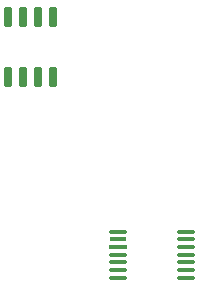
<source format=gbr>
%TF.GenerationSoftware,KiCad,Pcbnew,7.0.7*%
%TF.CreationDate,2024-03-26T11:27:05-06:00*%
%TF.ProjectId,rgb2comp,72676232-636f-46d7-902e-6b696361645f,1.0*%
%TF.SameCoordinates,Original*%
%TF.FileFunction,Paste,Top*%
%TF.FilePolarity,Positive*%
%FSLAX46Y46*%
G04 Gerber Fmt 4.6, Leading zero omitted, Abs format (unit mm)*
G04 Created by KiCad (PCBNEW 7.0.7) date 2024-03-26 11:27:05*
%MOMM*%
%LPD*%
G01*
G04 APERTURE LIST*
G04 Aperture macros list*
%AMRoundRect*
0 Rectangle with rounded corners*
0 $1 Rounding radius*
0 $2 $3 $4 $5 $6 $7 $8 $9 X,Y pos of 4 corners*
0 Add a 4 corners polygon primitive as box body*
4,1,4,$2,$3,$4,$5,$6,$7,$8,$9,$2,$3,0*
0 Add four circle primitives for the rounded corners*
1,1,$1+$1,$2,$3*
1,1,$1+$1,$4,$5*
1,1,$1+$1,$6,$7*
1,1,$1+$1,$8,$9*
0 Add four rect primitives between the rounded corners*
20,1,$1+$1,$2,$3,$4,$5,0*
20,1,$1+$1,$4,$5,$6,$7,0*
20,1,$1+$1,$6,$7,$8,$9,0*
20,1,$1+$1,$8,$9,$2,$3,0*%
%AMFreePoly0*
4,1,5,0.737500,-0.200000,-0.737500,-0.200000,-0.737500,0.200000,0.737500,0.200000,0.737500,-0.200000,0.737500,-0.200000,$1*%
G04 Aperture macros list end*
%ADD10RoundRect,0.150000X-0.150000X0.725000X-0.150000X-0.725000X0.150000X-0.725000X0.150000X0.725000X0*%
%ADD11RoundRect,0.100000X0.637500X0.100000X-0.637500X0.100000X-0.637500X-0.100000X0.637500X-0.100000X0*%
%ADD12R,1.475000X0.400000*%
%ADD13FreePoly0,180.000000*%
G04 APERTURE END LIST*
D10*
%TO.C,U1*%
X154305000Y-79886500D03*
X153035000Y-79886500D03*
X151765000Y-79886500D03*
X150495000Y-79886500D03*
X150495000Y-85036500D03*
X151765000Y-85036500D03*
X153035000Y-85036500D03*
X154305000Y-85036500D03*
%TD*%
D11*
%TO.C,D1*%
X165512500Y-102000000D03*
X165512500Y-101350000D03*
X165512500Y-100700000D03*
X165512500Y-100050000D03*
X165512500Y-99400000D03*
X165512500Y-98750000D03*
X165512500Y-98100000D03*
X159787500Y-98100000D03*
D12*
X159787500Y-98750000D03*
D13*
X159787500Y-99400000D03*
D11*
X159787500Y-100050000D03*
X159787500Y-100700000D03*
X159787500Y-101350000D03*
X159787500Y-102000000D03*
%TD*%
M02*

</source>
